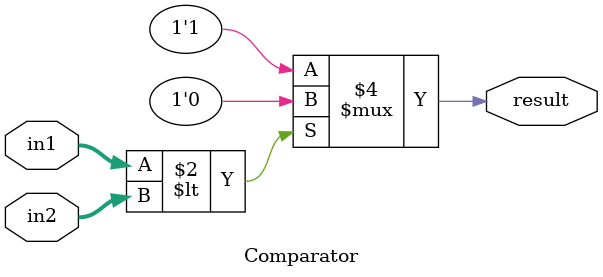
<source format=sv>
module Comparator(
input logic [3:0]in1,
input logic [3:0]in2,
output logic result
    );
    always_comb begin
       if (in1<in2)
           result=0;
       else
           result=1;
    end
endmodule

</source>
